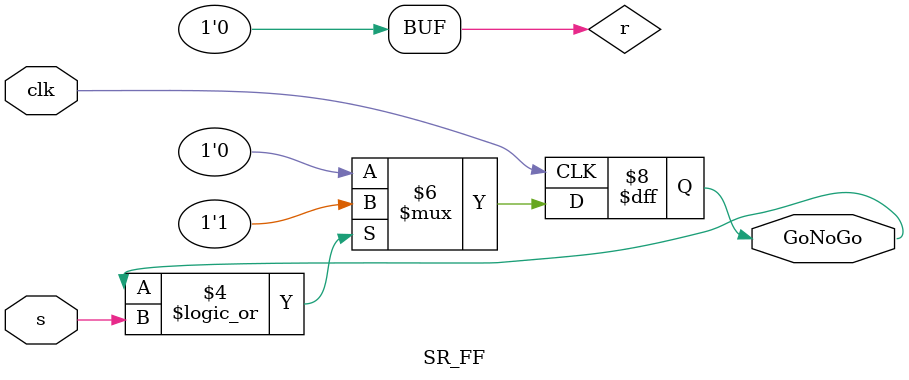
<source format=v>
`timescale 1ns / 1ps


module SR_FF(
input clk, s, 
output reg GoNoGo
    );
    
    wire r;
    assign r = 0; 
    always @ (posedge clk ) 
    begin
    if ( GoNoGo == 1 || s == 1)
    begin
    GoNoGo <= 1; 
    end else     
    begin 
    GoNoGo <= 0;
    end
   
    end
    
endmodule

</source>
